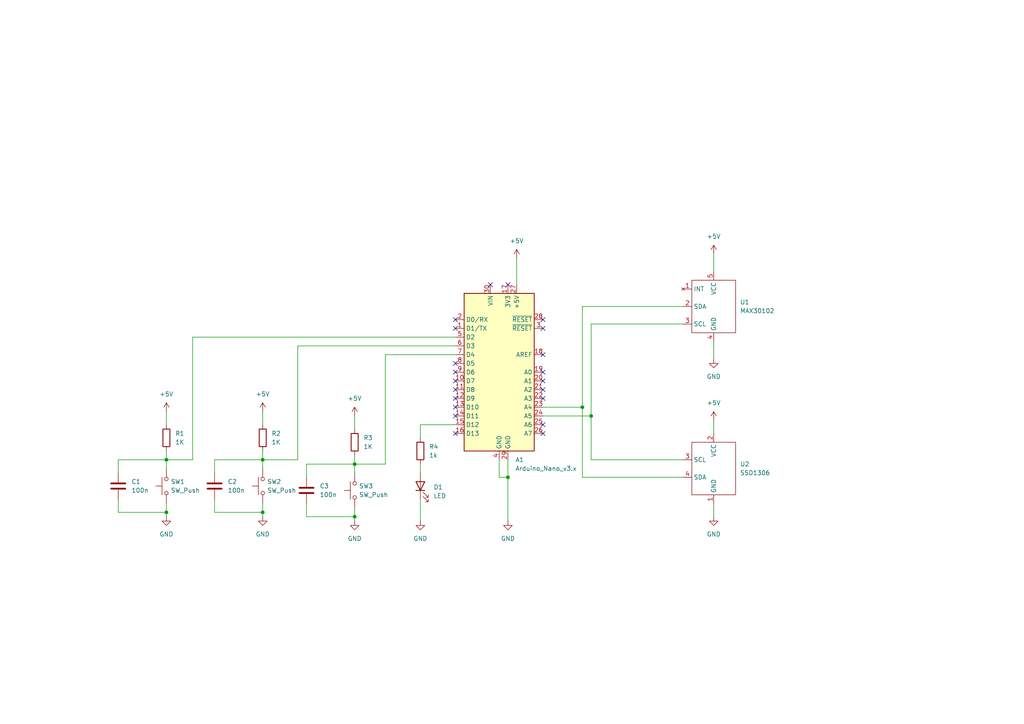
<source format=kicad_sch>
(kicad_sch
	(version 20250114)
	(generator "eeschema")
	(generator_version "9.0")
	(uuid "d4664bdb-e34c-4dd6-b55b-bf633dd344ce")
	(paper "A4")
	(lib_symbols
		(symbol "Device:C"
			(pin_numbers
				(hide yes)
			)
			(pin_names
				(offset 0.254)
			)
			(exclude_from_sim no)
			(in_bom yes)
			(on_board yes)
			(property "Reference" "C"
				(at 0.635 2.54 0)
				(effects
					(font
						(size 1.27 1.27)
					)
					(justify left)
				)
			)
			(property "Value" "C"
				(at 0.635 -2.54 0)
				(effects
					(font
						(size 1.27 1.27)
					)
					(justify left)
				)
			)
			(property "Footprint" ""
				(at 0.9652 -3.81 0)
				(effects
					(font
						(size 1.27 1.27)
					)
					(hide yes)
				)
			)
			(property "Datasheet" "~"
				(at 0 0 0)
				(effects
					(font
						(size 1.27 1.27)
					)
					(hide yes)
				)
			)
			(property "Description" "Unpolarized capacitor"
				(at 0 0 0)
				(effects
					(font
						(size 1.27 1.27)
					)
					(hide yes)
				)
			)
			(property "ki_keywords" "cap capacitor"
				(at 0 0 0)
				(effects
					(font
						(size 1.27 1.27)
					)
					(hide yes)
				)
			)
			(property "ki_fp_filters" "C_*"
				(at 0 0 0)
				(effects
					(font
						(size 1.27 1.27)
					)
					(hide yes)
				)
			)
			(symbol "C_0_1"
				(polyline
					(pts
						(xy -2.032 0.762) (xy 2.032 0.762)
					)
					(stroke
						(width 0.508)
						(type default)
					)
					(fill
						(type none)
					)
				)
				(polyline
					(pts
						(xy -2.032 -0.762) (xy 2.032 -0.762)
					)
					(stroke
						(width 0.508)
						(type default)
					)
					(fill
						(type none)
					)
				)
			)
			(symbol "C_1_1"
				(pin passive line
					(at 0 3.81 270)
					(length 2.794)
					(name "~"
						(effects
							(font
								(size 1.27 1.27)
							)
						)
					)
					(number "1"
						(effects
							(font
								(size 1.27 1.27)
							)
						)
					)
				)
				(pin passive line
					(at 0 -3.81 90)
					(length 2.794)
					(name "~"
						(effects
							(font
								(size 1.27 1.27)
							)
						)
					)
					(number "2"
						(effects
							(font
								(size 1.27 1.27)
							)
						)
					)
				)
			)
			(embedded_fonts no)
		)
		(symbol "Device:LED"
			(pin_numbers
				(hide yes)
			)
			(pin_names
				(offset 1.016)
				(hide yes)
			)
			(exclude_from_sim no)
			(in_bom yes)
			(on_board yes)
			(property "Reference" "D"
				(at 0 2.54 0)
				(effects
					(font
						(size 1.27 1.27)
					)
				)
			)
			(property "Value" "LED"
				(at 0 -2.54 0)
				(effects
					(font
						(size 1.27 1.27)
					)
				)
			)
			(property "Footprint" ""
				(at 0 0 0)
				(effects
					(font
						(size 1.27 1.27)
					)
					(hide yes)
				)
			)
			(property "Datasheet" "~"
				(at 0 0 0)
				(effects
					(font
						(size 1.27 1.27)
					)
					(hide yes)
				)
			)
			(property "Description" "Light emitting diode"
				(at 0 0 0)
				(effects
					(font
						(size 1.27 1.27)
					)
					(hide yes)
				)
			)
			(property "Sim.Pins" "1=K 2=A"
				(at 0 0 0)
				(effects
					(font
						(size 1.27 1.27)
					)
					(hide yes)
				)
			)
			(property "ki_keywords" "LED diode"
				(at 0 0 0)
				(effects
					(font
						(size 1.27 1.27)
					)
					(hide yes)
				)
			)
			(property "ki_fp_filters" "LED* LED_SMD:* LED_THT:*"
				(at 0 0 0)
				(effects
					(font
						(size 1.27 1.27)
					)
					(hide yes)
				)
			)
			(symbol "LED_0_1"
				(polyline
					(pts
						(xy -3.048 -0.762) (xy -4.572 -2.286) (xy -3.81 -2.286) (xy -4.572 -2.286) (xy -4.572 -1.524)
					)
					(stroke
						(width 0)
						(type default)
					)
					(fill
						(type none)
					)
				)
				(polyline
					(pts
						(xy -1.778 -0.762) (xy -3.302 -2.286) (xy -2.54 -2.286) (xy -3.302 -2.286) (xy -3.302 -1.524)
					)
					(stroke
						(width 0)
						(type default)
					)
					(fill
						(type none)
					)
				)
				(polyline
					(pts
						(xy -1.27 0) (xy 1.27 0)
					)
					(stroke
						(width 0)
						(type default)
					)
					(fill
						(type none)
					)
				)
				(polyline
					(pts
						(xy -1.27 -1.27) (xy -1.27 1.27)
					)
					(stroke
						(width 0.254)
						(type default)
					)
					(fill
						(type none)
					)
				)
				(polyline
					(pts
						(xy 1.27 -1.27) (xy 1.27 1.27) (xy -1.27 0) (xy 1.27 -1.27)
					)
					(stroke
						(width 0.254)
						(type default)
					)
					(fill
						(type none)
					)
				)
			)
			(symbol "LED_1_1"
				(pin passive line
					(at -3.81 0 0)
					(length 2.54)
					(name "K"
						(effects
							(font
								(size 1.27 1.27)
							)
						)
					)
					(number "1"
						(effects
							(font
								(size 1.27 1.27)
							)
						)
					)
				)
				(pin passive line
					(at 3.81 0 180)
					(length 2.54)
					(name "A"
						(effects
							(font
								(size 1.27 1.27)
							)
						)
					)
					(number "2"
						(effects
							(font
								(size 1.27 1.27)
							)
						)
					)
				)
			)
			(embedded_fonts no)
		)
		(symbol "Device:R"
			(pin_numbers
				(hide yes)
			)
			(pin_names
				(offset 0)
			)
			(exclude_from_sim no)
			(in_bom yes)
			(on_board yes)
			(property "Reference" "R"
				(at 2.032 0 90)
				(effects
					(font
						(size 1.27 1.27)
					)
				)
			)
			(property "Value" "R"
				(at 0 0 90)
				(effects
					(font
						(size 1.27 1.27)
					)
				)
			)
			(property "Footprint" ""
				(at -1.778 0 90)
				(effects
					(font
						(size 1.27 1.27)
					)
					(hide yes)
				)
			)
			(property "Datasheet" "~"
				(at 0 0 0)
				(effects
					(font
						(size 1.27 1.27)
					)
					(hide yes)
				)
			)
			(property "Description" "Resistor"
				(at 0 0 0)
				(effects
					(font
						(size 1.27 1.27)
					)
					(hide yes)
				)
			)
			(property "ki_keywords" "R res resistor"
				(at 0 0 0)
				(effects
					(font
						(size 1.27 1.27)
					)
					(hide yes)
				)
			)
			(property "ki_fp_filters" "R_*"
				(at 0 0 0)
				(effects
					(font
						(size 1.27 1.27)
					)
					(hide yes)
				)
			)
			(symbol "R_0_1"
				(rectangle
					(start -1.016 -2.54)
					(end 1.016 2.54)
					(stroke
						(width 0.254)
						(type default)
					)
					(fill
						(type none)
					)
				)
			)
			(symbol "R_1_1"
				(pin passive line
					(at 0 3.81 270)
					(length 1.27)
					(name "~"
						(effects
							(font
								(size 1.27 1.27)
							)
						)
					)
					(number "1"
						(effects
							(font
								(size 1.27 1.27)
							)
						)
					)
				)
				(pin passive line
					(at 0 -3.81 90)
					(length 1.27)
					(name "~"
						(effects
							(font
								(size 1.27 1.27)
							)
						)
					)
					(number "2"
						(effects
							(font
								(size 1.27 1.27)
							)
						)
					)
				)
			)
			(embedded_fonts no)
		)
		(symbol "MCU_Module:Arduino_Nano_v3.x"
			(exclude_from_sim no)
			(in_bom yes)
			(on_board yes)
			(property "Reference" "A"
				(at -10.16 23.495 0)
				(effects
					(font
						(size 1.27 1.27)
					)
					(justify left bottom)
				)
			)
			(property "Value" "Arduino_Nano_v3.x"
				(at 5.08 -24.13 0)
				(effects
					(font
						(size 1.27 1.27)
					)
					(justify left top)
				)
			)
			(property "Footprint" "Module:Arduino_Nano"
				(at 0 0 0)
				(effects
					(font
						(size 1.27 1.27)
						(italic yes)
					)
					(hide yes)
				)
			)
			(property "Datasheet" "http://www.mouser.com/pdfdocs/Gravitech_Arduino_Nano3_0.pdf"
				(at 0 0 0)
				(effects
					(font
						(size 1.27 1.27)
					)
					(hide yes)
				)
			)
			(property "Description" "Arduino Nano v3.x"
				(at 0 0 0)
				(effects
					(font
						(size 1.27 1.27)
					)
					(hide yes)
				)
			)
			(property "ki_keywords" "Arduino nano microcontroller module USB"
				(at 0 0 0)
				(effects
					(font
						(size 1.27 1.27)
					)
					(hide yes)
				)
			)
			(property "ki_fp_filters" "Arduino*Nano*"
				(at 0 0 0)
				(effects
					(font
						(size 1.27 1.27)
					)
					(hide yes)
				)
			)
			(symbol "Arduino_Nano_v3.x_0_1"
				(rectangle
					(start -10.16 22.86)
					(end 10.16 -22.86)
					(stroke
						(width 0.254)
						(type default)
					)
					(fill
						(type background)
					)
				)
			)
			(symbol "Arduino_Nano_v3.x_1_1"
				(pin bidirectional line
					(at -12.7 15.24 0)
					(length 2.54)
					(name "D0/RX"
						(effects
							(font
								(size 1.27 1.27)
							)
						)
					)
					(number "2"
						(effects
							(font
								(size 1.27 1.27)
							)
						)
					)
				)
				(pin bidirectional line
					(at -12.7 12.7 0)
					(length 2.54)
					(name "D1/TX"
						(effects
							(font
								(size 1.27 1.27)
							)
						)
					)
					(number "1"
						(effects
							(font
								(size 1.27 1.27)
							)
						)
					)
				)
				(pin bidirectional line
					(at -12.7 10.16 0)
					(length 2.54)
					(name "D2"
						(effects
							(font
								(size 1.27 1.27)
							)
						)
					)
					(number "5"
						(effects
							(font
								(size 1.27 1.27)
							)
						)
					)
				)
				(pin bidirectional line
					(at -12.7 7.62 0)
					(length 2.54)
					(name "D3"
						(effects
							(font
								(size 1.27 1.27)
							)
						)
					)
					(number "6"
						(effects
							(font
								(size 1.27 1.27)
							)
						)
					)
				)
				(pin bidirectional line
					(at -12.7 5.08 0)
					(length 2.54)
					(name "D4"
						(effects
							(font
								(size 1.27 1.27)
							)
						)
					)
					(number "7"
						(effects
							(font
								(size 1.27 1.27)
							)
						)
					)
				)
				(pin bidirectional line
					(at -12.7 2.54 0)
					(length 2.54)
					(name "D5"
						(effects
							(font
								(size 1.27 1.27)
							)
						)
					)
					(number "8"
						(effects
							(font
								(size 1.27 1.27)
							)
						)
					)
				)
				(pin bidirectional line
					(at -12.7 0 0)
					(length 2.54)
					(name "D6"
						(effects
							(font
								(size 1.27 1.27)
							)
						)
					)
					(number "9"
						(effects
							(font
								(size 1.27 1.27)
							)
						)
					)
				)
				(pin bidirectional line
					(at -12.7 -2.54 0)
					(length 2.54)
					(name "D7"
						(effects
							(font
								(size 1.27 1.27)
							)
						)
					)
					(number "10"
						(effects
							(font
								(size 1.27 1.27)
							)
						)
					)
				)
				(pin bidirectional line
					(at -12.7 -5.08 0)
					(length 2.54)
					(name "D8"
						(effects
							(font
								(size 1.27 1.27)
							)
						)
					)
					(number "11"
						(effects
							(font
								(size 1.27 1.27)
							)
						)
					)
				)
				(pin bidirectional line
					(at -12.7 -7.62 0)
					(length 2.54)
					(name "D9"
						(effects
							(font
								(size 1.27 1.27)
							)
						)
					)
					(number "12"
						(effects
							(font
								(size 1.27 1.27)
							)
						)
					)
				)
				(pin bidirectional line
					(at -12.7 -10.16 0)
					(length 2.54)
					(name "D10"
						(effects
							(font
								(size 1.27 1.27)
							)
						)
					)
					(number "13"
						(effects
							(font
								(size 1.27 1.27)
							)
						)
					)
				)
				(pin bidirectional line
					(at -12.7 -12.7 0)
					(length 2.54)
					(name "D11"
						(effects
							(font
								(size 1.27 1.27)
							)
						)
					)
					(number "14"
						(effects
							(font
								(size 1.27 1.27)
							)
						)
					)
				)
				(pin bidirectional line
					(at -12.7 -15.24 0)
					(length 2.54)
					(name "D12"
						(effects
							(font
								(size 1.27 1.27)
							)
						)
					)
					(number "15"
						(effects
							(font
								(size 1.27 1.27)
							)
						)
					)
				)
				(pin bidirectional line
					(at -12.7 -17.78 0)
					(length 2.54)
					(name "D13"
						(effects
							(font
								(size 1.27 1.27)
							)
						)
					)
					(number "16"
						(effects
							(font
								(size 1.27 1.27)
							)
						)
					)
				)
				(pin power_in line
					(at -2.54 25.4 270)
					(length 2.54)
					(name "VIN"
						(effects
							(font
								(size 1.27 1.27)
							)
						)
					)
					(number "30"
						(effects
							(font
								(size 1.27 1.27)
							)
						)
					)
				)
				(pin power_in line
					(at 0 -25.4 90)
					(length 2.54)
					(name "GND"
						(effects
							(font
								(size 1.27 1.27)
							)
						)
					)
					(number "4"
						(effects
							(font
								(size 1.27 1.27)
							)
						)
					)
				)
				(pin power_out line
					(at 2.54 25.4 270)
					(length 2.54)
					(name "3V3"
						(effects
							(font
								(size 1.27 1.27)
							)
						)
					)
					(number "17"
						(effects
							(font
								(size 1.27 1.27)
							)
						)
					)
				)
				(pin power_in line
					(at 2.54 -25.4 90)
					(length 2.54)
					(name "GND"
						(effects
							(font
								(size 1.27 1.27)
							)
						)
					)
					(number "29"
						(effects
							(font
								(size 1.27 1.27)
							)
						)
					)
				)
				(pin power_out line
					(at 5.08 25.4 270)
					(length 2.54)
					(name "+5V"
						(effects
							(font
								(size 1.27 1.27)
							)
						)
					)
					(number "27"
						(effects
							(font
								(size 1.27 1.27)
							)
						)
					)
				)
				(pin input line
					(at 12.7 15.24 180)
					(length 2.54)
					(name "~{RESET}"
						(effects
							(font
								(size 1.27 1.27)
							)
						)
					)
					(number "28"
						(effects
							(font
								(size 1.27 1.27)
							)
						)
					)
				)
				(pin input line
					(at 12.7 12.7 180)
					(length 2.54)
					(name "~{RESET}"
						(effects
							(font
								(size 1.27 1.27)
							)
						)
					)
					(number "3"
						(effects
							(font
								(size 1.27 1.27)
							)
						)
					)
				)
				(pin input line
					(at 12.7 5.08 180)
					(length 2.54)
					(name "AREF"
						(effects
							(font
								(size 1.27 1.27)
							)
						)
					)
					(number "18"
						(effects
							(font
								(size 1.27 1.27)
							)
						)
					)
				)
				(pin bidirectional line
					(at 12.7 0 180)
					(length 2.54)
					(name "A0"
						(effects
							(font
								(size 1.27 1.27)
							)
						)
					)
					(number "19"
						(effects
							(font
								(size 1.27 1.27)
							)
						)
					)
				)
				(pin bidirectional line
					(at 12.7 -2.54 180)
					(length 2.54)
					(name "A1"
						(effects
							(font
								(size 1.27 1.27)
							)
						)
					)
					(number "20"
						(effects
							(font
								(size 1.27 1.27)
							)
						)
					)
				)
				(pin bidirectional line
					(at 12.7 -5.08 180)
					(length 2.54)
					(name "A2"
						(effects
							(font
								(size 1.27 1.27)
							)
						)
					)
					(number "21"
						(effects
							(font
								(size 1.27 1.27)
							)
						)
					)
				)
				(pin bidirectional line
					(at 12.7 -7.62 180)
					(length 2.54)
					(name "A3"
						(effects
							(font
								(size 1.27 1.27)
							)
						)
					)
					(number "22"
						(effects
							(font
								(size 1.27 1.27)
							)
						)
					)
				)
				(pin bidirectional line
					(at 12.7 -10.16 180)
					(length 2.54)
					(name "A4"
						(effects
							(font
								(size 1.27 1.27)
							)
						)
					)
					(number "23"
						(effects
							(font
								(size 1.27 1.27)
							)
						)
					)
				)
				(pin bidirectional line
					(at 12.7 -12.7 180)
					(length 2.54)
					(name "A5"
						(effects
							(font
								(size 1.27 1.27)
							)
						)
					)
					(number "24"
						(effects
							(font
								(size 1.27 1.27)
							)
						)
					)
				)
				(pin bidirectional line
					(at 12.7 -15.24 180)
					(length 2.54)
					(name "A6"
						(effects
							(font
								(size 1.27 1.27)
							)
						)
					)
					(number "25"
						(effects
							(font
								(size 1.27 1.27)
							)
						)
					)
				)
				(pin bidirectional line
					(at 12.7 -17.78 180)
					(length 2.54)
					(name "A7"
						(effects
							(font
								(size 1.27 1.27)
							)
						)
					)
					(number "26"
						(effects
							(font
								(size 1.27 1.27)
							)
						)
					)
				)
			)
			(embedded_fonts no)
		)
		(symbol "Switch:SW_Push"
			(pin_numbers
				(hide yes)
			)
			(pin_names
				(offset 1.016)
				(hide yes)
			)
			(exclude_from_sim no)
			(in_bom yes)
			(on_board yes)
			(property "Reference" "SW"
				(at 1.27 2.54 0)
				(effects
					(font
						(size 1.27 1.27)
					)
					(justify left)
				)
			)
			(property "Value" "SW_Push"
				(at 0 -1.524 0)
				(effects
					(font
						(size 1.27 1.27)
					)
				)
			)
			(property "Footprint" ""
				(at 0 5.08 0)
				(effects
					(font
						(size 1.27 1.27)
					)
					(hide yes)
				)
			)
			(property "Datasheet" "~"
				(at 0 5.08 0)
				(effects
					(font
						(size 1.27 1.27)
					)
					(hide yes)
				)
			)
			(property "Description" "Push button switch, generic, two pins"
				(at 0 0 0)
				(effects
					(font
						(size 1.27 1.27)
					)
					(hide yes)
				)
			)
			(property "ki_keywords" "switch normally-open pushbutton push-button"
				(at 0 0 0)
				(effects
					(font
						(size 1.27 1.27)
					)
					(hide yes)
				)
			)
			(symbol "SW_Push_0_1"
				(circle
					(center -2.032 0)
					(radius 0.508)
					(stroke
						(width 0)
						(type default)
					)
					(fill
						(type none)
					)
				)
				(polyline
					(pts
						(xy 0 1.27) (xy 0 3.048)
					)
					(stroke
						(width 0)
						(type default)
					)
					(fill
						(type none)
					)
				)
				(circle
					(center 2.032 0)
					(radius 0.508)
					(stroke
						(width 0)
						(type default)
					)
					(fill
						(type none)
					)
				)
				(polyline
					(pts
						(xy 2.54 1.27) (xy -2.54 1.27)
					)
					(stroke
						(width 0)
						(type default)
					)
					(fill
						(type none)
					)
				)
				(pin passive line
					(at -5.08 0 0)
					(length 2.54)
					(name "1"
						(effects
							(font
								(size 1.27 1.27)
							)
						)
					)
					(number "1"
						(effects
							(font
								(size 1.27 1.27)
							)
						)
					)
				)
				(pin passive line
					(at 5.08 0 180)
					(length 2.54)
					(name "2"
						(effects
							(font
								(size 1.27 1.27)
							)
						)
					)
					(number "2"
						(effects
							(font
								(size 1.27 1.27)
							)
						)
					)
				)
			)
			(embedded_fonts no)
		)
		(symbol "power:+5V"
			(power)
			(pin_numbers
				(hide yes)
			)
			(pin_names
				(offset 0)
				(hide yes)
			)
			(exclude_from_sim no)
			(in_bom yes)
			(on_board yes)
			(property "Reference" "#PWR"
				(at 0 -3.81 0)
				(effects
					(font
						(size 1.27 1.27)
					)
					(hide yes)
				)
			)
			(property "Value" "+5V"
				(at 0 3.556 0)
				(effects
					(font
						(size 1.27 1.27)
					)
				)
			)
			(property "Footprint" ""
				(at 0 0 0)
				(effects
					(font
						(size 1.27 1.27)
					)
					(hide yes)
				)
			)
			(property "Datasheet" ""
				(at 0 0 0)
				(effects
					(font
						(size 1.27 1.27)
					)
					(hide yes)
				)
			)
			(property "Description" "Power symbol creates a global label with name \"+5V\""
				(at 0 0 0)
				(effects
					(font
						(size 1.27 1.27)
					)
					(hide yes)
				)
			)
			(property "ki_keywords" "global power"
				(at 0 0 0)
				(effects
					(font
						(size 1.27 1.27)
					)
					(hide yes)
				)
			)
			(symbol "+5V_0_1"
				(polyline
					(pts
						(xy -0.762 1.27) (xy 0 2.54)
					)
					(stroke
						(width 0)
						(type default)
					)
					(fill
						(type none)
					)
				)
				(polyline
					(pts
						(xy 0 2.54) (xy 0.762 1.27)
					)
					(stroke
						(width 0)
						(type default)
					)
					(fill
						(type none)
					)
				)
				(polyline
					(pts
						(xy 0 0) (xy 0 2.54)
					)
					(stroke
						(width 0)
						(type default)
					)
					(fill
						(type none)
					)
				)
			)
			(symbol "+5V_1_1"
				(pin power_in line
					(at 0 0 90)
					(length 0)
					(name "~"
						(effects
							(font
								(size 1.27 1.27)
							)
						)
					)
					(number "1"
						(effects
							(font
								(size 1.27 1.27)
							)
						)
					)
				)
			)
			(embedded_fonts no)
		)
		(symbol "power:GND"
			(power)
			(pin_numbers
				(hide yes)
			)
			(pin_names
				(offset 0)
				(hide yes)
			)
			(exclude_from_sim no)
			(in_bom yes)
			(on_board yes)
			(property "Reference" "#PWR"
				(at 0 -6.35 0)
				(effects
					(font
						(size 1.27 1.27)
					)
					(hide yes)
				)
			)
			(property "Value" "GND"
				(at 0 -3.81 0)
				(effects
					(font
						(size 1.27 1.27)
					)
				)
			)
			(property "Footprint" ""
				(at 0 0 0)
				(effects
					(font
						(size 1.27 1.27)
					)
					(hide yes)
				)
			)
			(property "Datasheet" ""
				(at 0 0 0)
				(effects
					(font
						(size 1.27 1.27)
					)
					(hide yes)
				)
			)
			(property "Description" "Power symbol creates a global label with name \"GND\" , ground"
				(at 0 0 0)
				(effects
					(font
						(size 1.27 1.27)
					)
					(hide yes)
				)
			)
			(property "ki_keywords" "global power"
				(at 0 0 0)
				(effects
					(font
						(size 1.27 1.27)
					)
					(hide yes)
				)
			)
			(symbol "GND_0_1"
				(polyline
					(pts
						(xy 0 0) (xy 0 -1.27) (xy 1.27 -1.27) (xy 0 -2.54) (xy -1.27 -1.27) (xy 0 -1.27)
					)
					(stroke
						(width 0)
						(type default)
					)
					(fill
						(type none)
					)
				)
			)
			(symbol "GND_1_1"
				(pin power_in line
					(at 0 0 270)
					(length 0)
					(name "~"
						(effects
							(font
								(size 1.27 1.27)
							)
						)
					)
					(number "1"
						(effects
							(font
								(size 1.27 1.27)
							)
						)
					)
				)
			)
			(embedded_fonts no)
		)
		(symbol "spo2:SSD1306"
			(exclude_from_sim no)
			(in_bom yes)
			(on_board yes)
			(property "Reference" "U"
				(at 0 0 0)
				(effects
					(font
						(size 1.27 1.27)
					)
				)
			)
			(property "Value" "SSD1306"
				(at 10.414 -8.636 0)
				(effects
					(font
						(size 1.27 1.27)
					)
				)
			)
			(property "Footprint" ""
				(at 0 0 0)
				(effects
					(font
						(size 1.27 1.27)
					)
					(hide yes)
				)
			)
			(property "Datasheet" ""
				(at 0 0 0)
				(effects
					(font
						(size 1.27 1.27)
					)
					(hide yes)
				)
			)
			(property "Description" ""
				(at 0 0 0)
				(effects
					(font
						(size 1.27 1.27)
					)
					(hide yes)
				)
			)
			(symbol "SSD1306_0_1"
				(rectangle
					(start -6.35 7.62)
					(end 6.35 -7.62)
					(stroke
						(width 0)
						(type default)
					)
					(fill
						(type none)
					)
				)
				(rectangle
					(start 0 -6.35)
					(end 0 -6.35)
					(stroke
						(width 0)
						(type default)
					)
					(fill
						(type none)
					)
				)
			)
			(symbol "SSD1306_1_1"
				(pin input line
					(at -8.89 2.54 0)
					(length 2.54)
					(name "SCL"
						(effects
							(font
								(size 1.27 1.27)
							)
						)
					)
					(number "3"
						(effects
							(font
								(size 1.27 1.27)
							)
						)
					)
				)
				(pin bidirectional line
					(at -8.89 -2.54 0)
					(length 2.54)
					(name "SDA"
						(effects
							(font
								(size 1.27 1.27)
							)
						)
					)
					(number "4"
						(effects
							(font
								(size 1.27 1.27)
							)
						)
					)
				)
				(pin power_in line
					(at 0 10.16 270)
					(length 2.54)
					(name "VCC"
						(effects
							(font
								(size 1.27 1.27)
							)
						)
					)
					(number "2"
						(effects
							(font
								(size 1.27 1.27)
							)
						)
					)
				)
				(pin power_in line
					(at 0 -10.16 90)
					(length 2.54)
					(name "GND"
						(effects
							(font
								(size 1.27 1.27)
							)
						)
					)
					(number "1"
						(effects
							(font
								(size 1.27 1.27)
							)
						)
					)
				)
			)
			(embedded_fonts no)
		)
		(symbol "spo2:max30102_module"
			(exclude_from_sim no)
			(in_bom yes)
			(on_board yes)
			(property "Reference" "U"
				(at 0 0 0)
				(effects
					(font
						(size 1.27 1.27)
					)
				)
			)
			(property "Value" "MAX30102"
				(at 11.43 -8.89 0)
				(effects
					(font
						(size 1.27 1.27)
					)
				)
			)
			(property "Footprint" ""
				(at 0 0 0)
				(effects
					(font
						(size 1.27 1.27)
					)
					(hide yes)
				)
			)
			(property "Datasheet" ""
				(at 0 0 0)
				(effects
					(font
						(size 1.27 1.27)
					)
					(hide yes)
				)
			)
			(property "Description" ""
				(at 0 0 0)
				(effects
					(font
						(size 1.27 1.27)
					)
					(hide yes)
				)
			)
			(symbol "max30102_module_0_1"
				(rectangle
					(start -6.35 7.62)
					(end 6.35 -7.62)
					(stroke
						(width 0)
						(type default)
					)
					(fill
						(type none)
					)
				)
			)
			(symbol "max30102_module_1_1"
				(pin no_connect line
					(at -8.89 5.08 0)
					(length 2.54)
					(name "INT"
						(effects
							(font
								(size 1.27 1.27)
							)
						)
					)
					(number "1"
						(effects
							(font
								(size 1.27 1.27)
							)
						)
					)
				)
				(pin bidirectional line
					(at -8.89 0 0)
					(length 2.54)
					(name "SDA"
						(effects
							(font
								(size 1.27 1.27)
							)
						)
					)
					(number "2"
						(effects
							(font
								(size 1.27 1.27)
							)
						)
					)
				)
				(pin input line
					(at -8.89 -5.08 0)
					(length 2.54)
					(name "SCL"
						(effects
							(font
								(size 1.27 1.27)
							)
						)
					)
					(number "3"
						(effects
							(font
								(size 1.27 1.27)
							)
						)
					)
				)
				(pin power_in line
					(at 0 10.16 270)
					(length 2.54)
					(name "VCC"
						(effects
							(font
								(size 1.27 1.27)
							)
						)
					)
					(number "5"
						(effects
							(font
								(size 1.27 1.27)
							)
						)
					)
				)
				(pin power_in line
					(at 0 -10.16 90)
					(length 2.54)
					(name "GND"
						(effects
							(font
								(size 1.27 1.27)
							)
						)
					)
					(number "4"
						(effects
							(font
								(size 1.27 1.27)
							)
						)
					)
				)
			)
			(embedded_fonts no)
		)
	)
	(junction
		(at 76.2 133.35)
		(diameter 0)
		(color 0 0 0 0)
		(uuid "03aef0ad-ed90-4f1e-b56f-248dbc1e6acd")
	)
	(junction
		(at 102.87 149.86)
		(diameter 0)
		(color 0 0 0 0)
		(uuid "0da0a24c-28aa-4993-ad90-744e7141ba61")
	)
	(junction
		(at 168.91 118.11)
		(diameter 0)
		(color 0 0 0 0)
		(uuid "61f0f9c7-27de-41f5-937c-c6e1b31e1fe0")
	)
	(junction
		(at 102.87 134.62)
		(diameter 0)
		(color 0 0 0 0)
		(uuid "81fd6249-7b22-44cb-97d2-f787db81d737")
	)
	(junction
		(at 48.26 148.59)
		(diameter 0)
		(color 0 0 0 0)
		(uuid "8808625e-e153-4fb7-a0cf-20c44409f80b")
	)
	(junction
		(at 76.2 148.59)
		(diameter 0)
		(color 0 0 0 0)
		(uuid "8d42588d-c325-4ffa-9e4b-c69f69851958")
	)
	(junction
		(at 171.45 120.65)
		(diameter 0)
		(color 0 0 0 0)
		(uuid "9dcdd7fd-631f-49c9-9adc-0676b7b85eab")
	)
	(junction
		(at 147.32 138.43)
		(diameter 0)
		(color 0 0 0 0)
		(uuid "c3999a32-3fd7-4681-b14a-ac9c8c97bfac")
	)
	(junction
		(at 48.26 133.35)
		(diameter 0)
		(color 0 0 0 0)
		(uuid "f728461f-992b-4f98-9cd5-cb25413f2928")
	)
	(no_connect
		(at 132.08 113.03)
		(uuid "0a080af0-5a25-4023-9457-bab6fdbfde19")
	)
	(no_connect
		(at 147.32 82.55)
		(uuid "12ab4e60-817b-46e5-a843-6468d4137767")
	)
	(no_connect
		(at 142.24 82.55)
		(uuid "24a23ce1-3d3d-4696-96c1-83d42a26bb86")
	)
	(no_connect
		(at 157.48 115.57)
		(uuid "3bb162ca-1f01-438e-a08b-fae524abca7b")
	)
	(no_connect
		(at 157.48 107.95)
		(uuid "62d57d35-488b-4faf-a3b9-a4c6b2d2f7ff")
	)
	(no_connect
		(at 157.48 95.25)
		(uuid "65e7e713-5576-4ff6-b1d4-0705903ce733")
	)
	(no_connect
		(at 132.08 125.73)
		(uuid "6b2c4722-c7dc-4b18-bee7-a6971ba75910")
	)
	(no_connect
		(at 157.48 125.73)
		(uuid "6ddc2c9f-3b35-4cd8-8754-eae196eee7f2")
	)
	(no_connect
		(at 132.08 105.41)
		(uuid "7a65d490-2062-4abb-a164-4d3a04aba0bd")
	)
	(no_connect
		(at 157.48 92.71)
		(uuid "7f12a1db-7bda-41e4-805b-243127dfdcc5")
	)
	(no_connect
		(at 157.48 113.03)
		(uuid "8625da1b-e48e-4cc2-a78d-be54c2ec9fb4")
	)
	(no_connect
		(at 132.08 115.57)
		(uuid "937970e4-b621-47ff-aa36-fa5edae1b523")
	)
	(no_connect
		(at 132.08 120.65)
		(uuid "966b841b-7f25-42f9-9820-db065531fed5")
	)
	(no_connect
		(at 132.08 110.49)
		(uuid "9f39c31c-cad4-4724-8c90-528101c9a70f")
	)
	(no_connect
		(at 132.08 118.11)
		(uuid "a956474c-e0ef-491f-8591-0c39ffaa8fee")
	)
	(no_connect
		(at 132.08 95.25)
		(uuid "bbe542a8-8488-48c3-ae05-811859b62ae5")
	)
	(no_connect
		(at 132.08 107.95)
		(uuid "c0e80966-c99d-42aa-9c0a-7b27c83698bf")
	)
	(no_connect
		(at 132.08 92.71)
		(uuid "cbd96771-e51b-4204-af77-05a28c90bb21")
	)
	(no_connect
		(at 157.48 123.19)
		(uuid "e7b090c2-5708-453e-a533-fdf98edd3376")
	)
	(no_connect
		(at 157.48 102.87)
		(uuid "ec37d23c-fb29-4a9d-9332-e4d70399c5c7")
	)
	(no_connect
		(at 157.48 110.49)
		(uuid "fe7bed85-ccef-4cf0-ae9c-7574fc15f37e")
	)
	(wire
		(pts
			(xy 76.2 146.05) (xy 76.2 148.59)
		)
		(stroke
			(width 0)
			(type default)
		)
		(uuid "0435a2d0-9457-4758-b630-8d423fabbab5")
	)
	(wire
		(pts
			(xy 207.01 99.06) (xy 207.01 104.14)
		)
		(stroke
			(width 0)
			(type default)
		)
		(uuid "0851b943-4649-4fc3-b5c3-80ad89c9b0c3")
	)
	(wire
		(pts
			(xy 149.86 74.93) (xy 149.86 82.55)
		)
		(stroke
			(width 0)
			(type default)
		)
		(uuid "09a8b547-4d08-42d0-b582-018fbbeee357")
	)
	(wire
		(pts
			(xy 76.2 119.38) (xy 76.2 123.19)
		)
		(stroke
			(width 0)
			(type default)
		)
		(uuid "0fd550e2-9b3b-47af-9ac9-15af612599f9")
	)
	(wire
		(pts
			(xy 157.48 118.11) (xy 168.91 118.11)
		)
		(stroke
			(width 0)
			(type default)
		)
		(uuid "10b521ca-20f0-404b-9a3c-dae535d04103")
	)
	(wire
		(pts
			(xy 168.91 118.11) (xy 168.91 138.43)
		)
		(stroke
			(width 0)
			(type default)
		)
		(uuid "1769cb87-9657-4861-b5fa-1b7863910cc9")
	)
	(wire
		(pts
			(xy 121.92 123.19) (xy 121.92 127)
		)
		(stroke
			(width 0)
			(type default)
		)
		(uuid "1c4eecb6-1065-4313-ad3c-d30caa172a48")
	)
	(wire
		(pts
			(xy 207.01 73.66) (xy 207.01 78.74)
		)
		(stroke
			(width 0)
			(type default)
		)
		(uuid "1d068bb2-330e-48bb-8f39-abd5eccff647")
	)
	(wire
		(pts
			(xy 34.29 148.59) (xy 48.26 148.59)
		)
		(stroke
			(width 0)
			(type default)
		)
		(uuid "1f3f84b1-67d6-447c-8d49-ae2a6df0c0bb")
	)
	(wire
		(pts
			(xy 171.45 93.98) (xy 171.45 120.65)
		)
		(stroke
			(width 0)
			(type default)
		)
		(uuid "27957b5f-6337-4685-be11-1ca43b165596")
	)
	(wire
		(pts
			(xy 34.29 137.16) (xy 34.29 133.35)
		)
		(stroke
			(width 0)
			(type default)
		)
		(uuid "279d9455-517c-424b-8c6f-aa12fc2fb2dc")
	)
	(wire
		(pts
			(xy 48.26 133.35) (xy 48.26 135.89)
		)
		(stroke
			(width 0)
			(type default)
		)
		(uuid "27c14238-aba1-4dc2-8f09-c14e084eeacd")
	)
	(wire
		(pts
			(xy 121.92 144.78) (xy 121.92 151.13)
		)
		(stroke
			(width 0)
			(type default)
		)
		(uuid "28fdc82d-e2dc-4f4f-ae70-503e0a538e5d")
	)
	(wire
		(pts
			(xy 88.9 134.62) (xy 102.87 134.62)
		)
		(stroke
			(width 0)
			(type default)
		)
		(uuid "2a9ae6d2-d1bd-444d-9946-41066c03a491")
	)
	(wire
		(pts
			(xy 168.91 88.9) (xy 168.91 118.11)
		)
		(stroke
			(width 0)
			(type default)
		)
		(uuid "32e3b975-e964-4e83-abfd-6cde8abffc23")
	)
	(wire
		(pts
			(xy 147.32 138.43) (xy 147.32 151.13)
		)
		(stroke
			(width 0)
			(type default)
		)
		(uuid "3596bd9c-55a9-4379-b5eb-d5b51e2f2b3c")
	)
	(wire
		(pts
			(xy 157.48 120.65) (xy 171.45 120.65)
		)
		(stroke
			(width 0)
			(type default)
		)
		(uuid "3714a178-f3e8-44d4-b8c1-a6c4f2a7d4e1")
	)
	(wire
		(pts
			(xy 34.29 133.35) (xy 48.26 133.35)
		)
		(stroke
			(width 0)
			(type default)
		)
		(uuid "3884c0fe-4d49-45b4-80e4-f2d247614a95")
	)
	(wire
		(pts
			(xy 198.12 93.98) (xy 171.45 93.98)
		)
		(stroke
			(width 0)
			(type default)
		)
		(uuid "3be807a3-ea1f-4ad3-8b04-f66e86338f05")
	)
	(wire
		(pts
			(xy 86.36 100.33) (xy 86.36 133.35)
		)
		(stroke
			(width 0)
			(type default)
		)
		(uuid "4c00a5e3-d41a-4d05-8bfa-bb47bc83ad85")
	)
	(wire
		(pts
			(xy 144.78 133.35) (xy 144.78 138.43)
		)
		(stroke
			(width 0)
			(type default)
		)
		(uuid "4e3a4dbe-c71c-4780-a927-213d32fce02d")
	)
	(wire
		(pts
			(xy 62.23 137.16) (xy 62.23 133.35)
		)
		(stroke
			(width 0)
			(type default)
		)
		(uuid "50924f9a-f908-41c8-8229-b15a38245e71")
	)
	(wire
		(pts
			(xy 102.87 134.62) (xy 102.87 137.16)
		)
		(stroke
			(width 0)
			(type default)
		)
		(uuid "53796d0c-9c39-4ce5-b314-e7053552c5af")
	)
	(wire
		(pts
			(xy 62.23 133.35) (xy 76.2 133.35)
		)
		(stroke
			(width 0)
			(type default)
		)
		(uuid "53900fa0-acb6-40f2-b364-5a1bcfa23d4f")
	)
	(wire
		(pts
			(xy 88.9 146.05) (xy 88.9 149.86)
		)
		(stroke
			(width 0)
			(type default)
		)
		(uuid "55f97c82-a39d-4db6-9c97-0e9ec908cd1b")
	)
	(wire
		(pts
			(xy 111.76 102.87) (xy 132.08 102.87)
		)
		(stroke
			(width 0)
			(type default)
		)
		(uuid "5bafd256-609c-4ed4-b387-6e458cad5120")
	)
	(wire
		(pts
			(xy 147.32 133.35) (xy 147.32 138.43)
		)
		(stroke
			(width 0)
			(type default)
		)
		(uuid "6206bbbb-76ee-474d-a4cc-8f7372540598")
	)
	(wire
		(pts
			(xy 76.2 148.59) (xy 76.2 149.86)
		)
		(stroke
			(width 0)
			(type default)
		)
		(uuid "68734cdc-1dc0-4f3b-8098-37e478b59983")
	)
	(wire
		(pts
			(xy 88.9 149.86) (xy 102.87 149.86)
		)
		(stroke
			(width 0)
			(type default)
		)
		(uuid "71aa41e7-df77-42d8-9892-6109a454da70")
	)
	(wire
		(pts
			(xy 102.87 120.65) (xy 102.87 124.46)
		)
		(stroke
			(width 0)
			(type default)
		)
		(uuid "729082aa-f277-4081-8e8c-236d1d4542e3")
	)
	(wire
		(pts
			(xy 62.23 148.59) (xy 76.2 148.59)
		)
		(stroke
			(width 0)
			(type default)
		)
		(uuid "76f99026-6b40-428e-87d1-8396d4954ad4")
	)
	(wire
		(pts
			(xy 168.91 138.43) (xy 198.12 138.43)
		)
		(stroke
			(width 0)
			(type default)
		)
		(uuid "7a54c255-bcd2-4ef8-a844-269ea5679501")
	)
	(wire
		(pts
			(xy 55.88 97.79) (xy 55.88 133.35)
		)
		(stroke
			(width 0)
			(type default)
		)
		(uuid "7b627f48-fabd-45d9-9fa6-b1e140daf05e")
	)
	(wire
		(pts
			(xy 48.26 146.05) (xy 48.26 148.59)
		)
		(stroke
			(width 0)
			(type default)
		)
		(uuid "7ee34735-34b5-4110-a91c-de56f7c30059")
	)
	(wire
		(pts
			(xy 144.78 138.43) (xy 147.32 138.43)
		)
		(stroke
			(width 0)
			(type default)
		)
		(uuid "82ab370c-5b09-4f6e-8e29-632d1fe65725")
	)
	(wire
		(pts
			(xy 171.45 120.65) (xy 171.45 133.35)
		)
		(stroke
			(width 0)
			(type default)
		)
		(uuid "8613cb7a-cdb0-4cac-a33c-56eea67fe578")
	)
	(wire
		(pts
			(xy 102.87 132.08) (xy 102.87 134.62)
		)
		(stroke
			(width 0)
			(type default)
		)
		(uuid "8690f9f3-c42c-49a9-96e6-86031ddff20a")
	)
	(wire
		(pts
			(xy 48.26 130.81) (xy 48.26 133.35)
		)
		(stroke
			(width 0)
			(type default)
		)
		(uuid "87b412b0-c474-4416-9d67-2cd6692111a0")
	)
	(wire
		(pts
			(xy 86.36 100.33) (xy 132.08 100.33)
		)
		(stroke
			(width 0)
			(type default)
		)
		(uuid "8f3af451-5b48-4ff0-b427-bbbad6f3077e")
	)
	(wire
		(pts
			(xy 198.12 88.9) (xy 168.91 88.9)
		)
		(stroke
			(width 0)
			(type default)
		)
		(uuid "920556a7-382a-481c-b6af-1028ab61b932")
	)
	(wire
		(pts
			(xy 48.26 148.59) (xy 48.26 149.86)
		)
		(stroke
			(width 0)
			(type default)
		)
		(uuid "a3eadc61-074d-404b-8649-f307c42d2e4b")
	)
	(wire
		(pts
			(xy 76.2 133.35) (xy 76.2 135.89)
		)
		(stroke
			(width 0)
			(type default)
		)
		(uuid "adf7a3a9-aa3a-4776-a03e-1c2cf67256b5")
	)
	(wire
		(pts
			(xy 102.87 149.86) (xy 102.87 151.13)
		)
		(stroke
			(width 0)
			(type default)
		)
		(uuid "b0a23737-8c2c-48c2-a97e-6fde428e073f")
	)
	(wire
		(pts
			(xy 76.2 133.35) (xy 86.36 133.35)
		)
		(stroke
			(width 0)
			(type default)
		)
		(uuid "b0e7e7d2-cc17-489c-a9ed-f1b98cde8963")
	)
	(wire
		(pts
			(xy 55.88 97.79) (xy 132.08 97.79)
		)
		(stroke
			(width 0)
			(type default)
		)
		(uuid "bff61563-9397-4096-8bc9-e95dda0fb4e4")
	)
	(wire
		(pts
			(xy 48.26 133.35) (xy 55.88 133.35)
		)
		(stroke
			(width 0)
			(type default)
		)
		(uuid "c6d23c73-b14f-4924-8642-8aa211d4b19b")
	)
	(wire
		(pts
			(xy 48.26 119.38) (xy 48.26 123.19)
		)
		(stroke
			(width 0)
			(type default)
		)
		(uuid "c6d7406c-2496-4a67-af42-7739a187f29e")
	)
	(wire
		(pts
			(xy 121.92 134.62) (xy 121.92 137.16)
		)
		(stroke
			(width 0)
			(type default)
		)
		(uuid "ceb14bb2-93c7-41c5-b214-bf7360859cbb")
	)
	(wire
		(pts
			(xy 171.45 133.35) (xy 198.12 133.35)
		)
		(stroke
			(width 0)
			(type default)
		)
		(uuid "d3417e9d-4382-47f0-8b53-cbe8d0bde920")
	)
	(wire
		(pts
			(xy 132.08 123.19) (xy 121.92 123.19)
		)
		(stroke
			(width 0)
			(type default)
		)
		(uuid "d5b6a177-13f7-4707-bb54-993a3e8def95")
	)
	(wire
		(pts
			(xy 207.01 121.92) (xy 207.01 125.73)
		)
		(stroke
			(width 0)
			(type default)
		)
		(uuid "d5f0ba5b-ea94-4962-a4b2-483a1881216b")
	)
	(wire
		(pts
			(xy 102.87 134.62) (xy 111.76 134.62)
		)
		(stroke
			(width 0)
			(type default)
		)
		(uuid "e1f5d8a3-b024-4023-b3af-7304a255a9f5")
	)
	(wire
		(pts
			(xy 34.29 144.78) (xy 34.29 148.59)
		)
		(stroke
			(width 0)
			(type default)
		)
		(uuid "eae52d12-25bd-4f21-aeac-0401847e91ce")
	)
	(wire
		(pts
			(xy 76.2 130.81) (xy 76.2 133.35)
		)
		(stroke
			(width 0)
			(type default)
		)
		(uuid "ef95253a-4cc9-439c-9223-a8e20d64bd22")
	)
	(wire
		(pts
			(xy 207.01 146.05) (xy 207.01 149.86)
		)
		(stroke
			(width 0)
			(type default)
		)
		(uuid "f0d7b403-ca8a-4375-886d-378917c5f238")
	)
	(wire
		(pts
			(xy 62.23 144.78) (xy 62.23 148.59)
		)
		(stroke
			(width 0)
			(type default)
		)
		(uuid "f8017430-7078-4322-9e6f-a61187b710b2")
	)
	(wire
		(pts
			(xy 111.76 102.87) (xy 111.76 134.62)
		)
		(stroke
			(width 0)
			(type default)
		)
		(uuid "fa0d7cca-3d27-45b1-bbae-a24e6477c893")
	)
	(wire
		(pts
			(xy 88.9 138.43) (xy 88.9 134.62)
		)
		(stroke
			(width 0)
			(type default)
		)
		(uuid "fbe52db3-a49e-43d0-9b9b-0cccaf75ff38")
	)
	(wire
		(pts
			(xy 102.87 147.32) (xy 102.87 149.86)
		)
		(stroke
			(width 0)
			(type default)
		)
		(uuid "fcd79661-0b8c-47df-9a74-f0b7b4e3a8d0")
	)
	(symbol
		(lib_id "power:+5V")
		(at 149.86 74.93 0)
		(unit 1)
		(exclude_from_sim no)
		(in_bom yes)
		(on_board yes)
		(dnp no)
		(fields_autoplaced yes)
		(uuid "02a1023f-356e-4e22-b016-62b18e7226bd")
		(property "Reference" "#PWR01"
			(at 149.86 78.74 0)
			(effects
				(font
					(size 1.27 1.27)
				)
				(hide yes)
			)
		)
		(property "Value" "+5V"
			(at 149.86 69.85 0)
			(effects
				(font
					(size 1.27 1.27)
				)
			)
		)
		(property "Footprint" ""
			(at 149.86 74.93 0)
			(effects
				(font
					(size 1.27 1.27)
				)
				(hide yes)
			)
		)
		(property "Datasheet" ""
			(at 149.86 74.93 0)
			(effects
				(font
					(size 1.27 1.27)
				)
				(hide yes)
			)
		)
		(property "Description" "Power symbol creates a global label with name \"+5V\""
			(at 149.86 74.93 0)
			(effects
				(font
					(size 1.27 1.27)
				)
				(hide yes)
			)
		)
		(pin "1"
			(uuid "12a2424b-0f67-41f6-824e-9fced1559081")
		)
		(instances
			(project ""
				(path "/d4664bdb-e34c-4dd6-b55b-bf633dd344ce"
					(reference "#PWR01")
					(unit 1)
				)
			)
		)
	)
	(symbol
		(lib_id "spo2:SSD1306")
		(at 207.01 135.89 0)
		(unit 1)
		(exclude_from_sim no)
		(in_bom yes)
		(on_board yes)
		(dnp no)
		(fields_autoplaced yes)
		(uuid "02aeb087-726a-40f2-a835-7ad71b9ddfca")
		(property "Reference" "U2"
			(at 214.63 134.6199 0)
			(effects
				(font
					(size 1.27 1.27)
				)
				(justify left)
			)
		)
		(property "Value" "SSD1306"
			(at 214.63 137.1599 0)
			(effects
				(font
					(size 1.27 1.27)
				)
				(justify left)
			)
		)
		(property "Footprint" "spo2_stuff:SSD1306"
			(at 207.01 135.89 0)
			(effects
				(font
					(size 1.27 1.27)
				)
				(hide yes)
			)
		)
		(property "Datasheet" ""
			(at 207.01 135.89 0)
			(effects
				(font
					(size 1.27 1.27)
				)
				(hide yes)
			)
		)
		(property "Description" ""
			(at 207.01 135.89 0)
			(effects
				(font
					(size 1.27 1.27)
				)
				(hide yes)
			)
		)
		(pin "2"
			(uuid "80537df0-3654-4110-99e1-0d0406c86ea6")
		)
		(pin "3"
			(uuid "bad29604-e101-4c17-bb48-fe1987184c9e")
		)
		(pin "1"
			(uuid "410c80d9-e021-463f-bb26-48db4e757f40")
		)
		(pin "4"
			(uuid "0548ca02-f315-4134-864a-7cd6e5b1c9da")
		)
		(instances
			(project ""
				(path "/d4664bdb-e34c-4dd6-b55b-bf633dd344ce"
					(reference "U2")
					(unit 1)
				)
			)
		)
	)
	(symbol
		(lib_id "Device:R")
		(at 102.87 128.27 0)
		(unit 1)
		(exclude_from_sim no)
		(in_bom yes)
		(on_board yes)
		(dnp no)
		(fields_autoplaced yes)
		(uuid "04065f2b-1b7f-433c-885f-3b49200647d7")
		(property "Reference" "R3"
			(at 105.41 126.9999 0)
			(effects
				(font
					(size 1.27 1.27)
				)
				(justify left)
			)
		)
		(property "Value" "1K"
			(at 105.41 129.5399 0)
			(effects
				(font
					(size 1.27 1.27)
				)
				(justify left)
			)
		)
		(property "Footprint" "Resistor_THT:R_Axial_DIN0207_L6.3mm_D2.5mm_P7.62mm_Horizontal"
			(at 101.092 128.27 90)
			(effects
				(font
					(size 1.27 1.27)
				)
				(hide yes)
			)
		)
		(property "Datasheet" "~"
			(at 102.87 128.27 0)
			(effects
				(font
					(size 1.27 1.27)
				)
				(hide yes)
			)
		)
		(property "Description" "Resistor"
			(at 102.87 128.27 0)
			(effects
				(font
					(size 1.27 1.27)
				)
				(hide yes)
			)
		)
		(pin "2"
			(uuid "70cc8172-2e6c-4606-aa0c-458ca704d727")
		)
		(pin "1"
			(uuid "2796a219-88dc-4b51-85bf-e393d55792de")
		)
		(instances
			(project "new_first_pcb"
				(path "/d4664bdb-e34c-4dd6-b55b-bf633dd344ce"
					(reference "R3")
					(unit 1)
				)
			)
		)
	)
	(symbol
		(lib_id "power:GND")
		(at 147.32 151.13 0)
		(unit 1)
		(exclude_from_sim no)
		(in_bom yes)
		(on_board yes)
		(dnp no)
		(fields_autoplaced yes)
		(uuid "0599c423-6c07-479c-bdd5-86c6f2a3b553")
		(property "Reference" "#PWR02"
			(at 147.32 157.48 0)
			(effects
				(font
					(size 1.27 1.27)
				)
				(hide yes)
			)
		)
		(property "Value" "GND"
			(at 147.32 156.21 0)
			(effects
				(font
					(size 1.27 1.27)
				)
			)
		)
		(property "Footprint" ""
			(at 147.32 151.13 0)
			(effects
				(font
					(size 1.27 1.27)
				)
				(hide yes)
			)
		)
		(property "Datasheet" ""
			(at 147.32 151.13 0)
			(effects
				(font
					(size 1.27 1.27)
				)
				(hide yes)
			)
		)
		(property "Description" "Power symbol creates a global label with name \"GND\" , ground"
			(at 147.32 151.13 0)
			(effects
				(font
					(size 1.27 1.27)
				)
				(hide yes)
			)
		)
		(pin "1"
			(uuid "40b603f0-0014-4fe8-9d7f-9f45e56cea4f")
		)
		(instances
			(project ""
				(path "/d4664bdb-e34c-4dd6-b55b-bf633dd344ce"
					(reference "#PWR02")
					(unit 1)
				)
			)
		)
	)
	(symbol
		(lib_id "Switch:SW_Push")
		(at 102.87 142.24 90)
		(unit 1)
		(exclude_from_sim no)
		(in_bom yes)
		(on_board yes)
		(dnp no)
		(fields_autoplaced yes)
		(uuid "08331ede-06ea-4ac0-89ea-96f2af6d07f0")
		(property "Reference" "SW3"
			(at 104.14 140.9699 90)
			(effects
				(font
					(size 1.27 1.27)
				)
				(justify right)
			)
		)
		(property "Value" "SW_Push"
			(at 104.14 143.5099 90)
			(effects
				(font
					(size 1.27 1.27)
				)
				(justify right)
			)
		)
		(property "Footprint" "Button_Switch_THT:SW_PUSH_6mm"
			(at 97.79 142.24 0)
			(effects
				(font
					(size 1.27 1.27)
				)
				(hide yes)
			)
		)
		(property "Datasheet" "~"
			(at 97.79 142.24 0)
			(effects
				(font
					(size 1.27 1.27)
				)
				(hide yes)
			)
		)
		(property "Description" "Push button switch, generic, two pins"
			(at 102.87 142.24 0)
			(effects
				(font
					(size 1.27 1.27)
				)
				(hide yes)
			)
		)
		(pin "2"
			(uuid "dff54743-8122-4ef3-906e-5556018c4df8")
		)
		(pin "1"
			(uuid "f92bff39-0e3c-48d3-8ef0-fc8c159fc958")
		)
		(instances
			(project "new_first_pcb"
				(path "/d4664bdb-e34c-4dd6-b55b-bf633dd344ce"
					(reference "SW3")
					(unit 1)
				)
			)
		)
	)
	(symbol
		(lib_id "Switch:SW_Push")
		(at 76.2 140.97 90)
		(unit 1)
		(exclude_from_sim no)
		(in_bom yes)
		(on_board yes)
		(dnp no)
		(fields_autoplaced yes)
		(uuid "1417f24e-ec5e-4e75-98eb-166bf68a23aa")
		(property "Reference" "SW2"
			(at 77.47 139.6999 90)
			(effects
				(font
					(size 1.27 1.27)
				)
				(justify right)
			)
		)
		(property "Value" "SW_Push"
			(at 77.47 142.2399 90)
			(effects
				(font
					(size 1.27 1.27)
				)
				(justify right)
			)
		)
		(property "Footprint" "Button_Switch_THT:SW_PUSH_6mm"
			(at 71.12 140.97 0)
			(effects
				(font
					(size 1.27 1.27)
				)
				(hide yes)
			)
		)
		(property "Datasheet" "~"
			(at 71.12 140.97 0)
			(effects
				(font
					(size 1.27 1.27)
				)
				(hide yes)
			)
		)
		(property "Description" "Push button switch, generic, two pins"
			(at 76.2 140.97 0)
			(effects
				(font
					(size 1.27 1.27)
				)
				(hide yes)
			)
		)
		(pin "2"
			(uuid "451095fa-178e-47b0-9fdd-54892928daf2")
		)
		(pin "1"
			(uuid "94b6faf2-7578-4ddf-9e2e-a1961dd8a684")
		)
		(instances
			(project "new_first_pcb"
				(path "/d4664bdb-e34c-4dd6-b55b-bf633dd344ce"
					(reference "SW2")
					(unit 1)
				)
			)
		)
	)
	(symbol
		(lib_id "power:GND")
		(at 207.01 104.14 0)
		(unit 1)
		(exclude_from_sim no)
		(in_bom yes)
		(on_board yes)
		(dnp no)
		(fields_autoplaced yes)
		(uuid "24859ed9-77dd-4db0-8b7e-3a4bcca6de89")
		(property "Reference" "#PWR013"
			(at 207.01 110.49 0)
			(effects
				(font
					(size 1.27 1.27)
				)
				(hide yes)
			)
		)
		(property "Value" "GND"
			(at 207.01 109.22 0)
			(effects
				(font
					(size 1.27 1.27)
				)
			)
		)
		(property "Footprint" ""
			(at 207.01 104.14 0)
			(effects
				(font
					(size 1.27 1.27)
				)
				(hide yes)
			)
		)
		(property "Datasheet" ""
			(at 207.01 104.14 0)
			(effects
				(font
					(size 1.27 1.27)
				)
				(hide yes)
			)
		)
		(property "Description" "Power symbol creates a global label with name \"GND\" , ground"
			(at 207.01 104.14 0)
			(effects
				(font
					(size 1.27 1.27)
				)
				(hide yes)
			)
		)
		(pin "1"
			(uuid "e8697552-5eb4-446b-9460-a3d7864657ef")
		)
		(instances
			(project "new_first_pcb"
				(path "/d4664bdb-e34c-4dd6-b55b-bf633dd344ce"
					(reference "#PWR013")
					(unit 1)
				)
			)
		)
	)
	(symbol
		(lib_id "Device:R")
		(at 48.26 127 0)
		(unit 1)
		(exclude_from_sim no)
		(in_bom yes)
		(on_board yes)
		(dnp no)
		(fields_autoplaced yes)
		(uuid "49c0b5b7-81f4-44e9-b8ad-3967d9002b2c")
		(property "Reference" "R1"
			(at 50.8 125.7299 0)
			(effects
				(font
					(size 1.27 1.27)
				)
				(justify left)
			)
		)
		(property "Value" "1K"
			(at 50.8 128.2699 0)
			(effects
				(font
					(size 1.27 1.27)
				)
				(justify left)
			)
		)
		(property "Footprint" "Resistor_THT:R_Axial_DIN0207_L6.3mm_D2.5mm_P7.62mm_Horizontal"
			(at 46.482 127 90)
			(effects
				(font
					(size 1.27 1.27)
				)
				(hide yes)
			)
		)
		(property "Datasheet" "~"
			(at 48.26 127 0)
			(effects
				(font
					(size 1.27 1.27)
				)
				(hide yes)
			)
		)
		(property "Description" "Resistor"
			(at 48.26 127 0)
			(effects
				(font
					(size 1.27 1.27)
				)
				(hide yes)
			)
		)
		(pin "2"
			(uuid "ea150c57-8666-4caa-a0d1-8d3191eb84a1")
		)
		(pin "1"
			(uuid "9997f2a6-8038-4aae-b8bd-7cf37b1f94ec")
		)
		(instances
			(project ""
				(path "/d4664bdb-e34c-4dd6-b55b-bf633dd344ce"
					(reference "R1")
					(unit 1)
				)
			)
		)
	)
	(symbol
		(lib_id "Device:C")
		(at 88.9 142.24 0)
		(unit 1)
		(exclude_from_sim no)
		(in_bom yes)
		(on_board yes)
		(dnp no)
		(fields_autoplaced yes)
		(uuid "4b8a6af2-c481-42a3-9100-6b7ba1d38090")
		(property "Reference" "C3"
			(at 92.71 140.9699 0)
			(effects
				(font
					(size 1.27 1.27)
				)
				(justify left)
			)
		)
		(property "Value" "100n"
			(at 92.71 143.5099 0)
			(effects
				(font
					(size 1.27 1.27)
				)
				(justify left)
			)
		)
		(property "Footprint" "Capacitor_THT:C_Disc_D4.7mm_W2.5mm_P5.00mm"
			(at 89.8652 146.05 0)
			(effects
				(font
					(size 1.27 1.27)
				)
				(hide yes)
			)
		)
		(property "Datasheet" "~"
			(at 88.9 142.24 0)
			(effects
				(font
					(size 1.27 1.27)
				)
				(hide yes)
			)
		)
		(property "Description" "Unpolarized capacitor"
			(at 88.9 142.24 0)
			(effects
				(font
					(size 1.27 1.27)
				)
				(hide yes)
			)
		)
		(pin "2"
			(uuid "fff1a16e-bfe4-4a0f-9f9b-1549a85c3032")
		)
		(pin "1"
			(uuid "4bae40a6-aed6-4b1a-99fa-f4f9f639d780")
		)
		(instances
			(project "new_first_pcb"
				(path "/d4664bdb-e34c-4dd6-b55b-bf633dd344ce"
					(reference "C3")
					(unit 1)
				)
			)
		)
	)
	(symbol
		(lib_id "Device:LED")
		(at 121.92 140.97 90)
		(unit 1)
		(exclude_from_sim no)
		(in_bom yes)
		(on_board yes)
		(dnp no)
		(fields_autoplaced yes)
		(uuid "544207c0-4e47-410a-84b6-f8110f3a0691")
		(property "Reference" "D1"
			(at 125.73 141.2874 90)
			(effects
				(font
					(size 1.27 1.27)
				)
				(justify right)
			)
		)
		(property "Value" "LED"
			(at 125.73 143.8274 90)
			(effects
				(font
					(size 1.27 1.27)
				)
				(justify right)
			)
		)
		(property "Footprint" "LED_THT:LED_D5.0mm"
			(at 121.92 140.97 0)
			(effects
				(font
					(size 1.27 1.27)
				)
				(hide yes)
			)
		)
		(property "Datasheet" "~"
			(at 121.92 140.97 0)
			(effects
				(font
					(size 1.27 1.27)
				)
				(hide yes)
			)
		)
		(property "Description" "Light emitting diode"
			(at 121.92 140.97 0)
			(effects
				(font
					(size 1.27 1.27)
				)
				(hide yes)
			)
		)
		(property "Sim.Pins" "1=K 2=A"
			(at 121.92 140.97 0)
			(effects
				(font
					(size 1.27 1.27)
				)
				(hide yes)
			)
		)
		(pin "2"
			(uuid "365f8c01-08bd-4d5f-9832-f37595396479")
		)
		(pin "1"
			(uuid "431bd0af-ca55-4f3b-b8fc-5862af8bbd28")
		)
		(instances
			(project ""
				(path "/d4664bdb-e34c-4dd6-b55b-bf633dd344ce"
					(reference "D1")
					(unit 1)
				)
			)
		)
	)
	(symbol
		(lib_id "power:+5V")
		(at 102.87 120.65 0)
		(unit 1)
		(exclude_from_sim no)
		(in_bom yes)
		(on_board yes)
		(dnp no)
		(fields_autoplaced yes)
		(uuid "5d072d8c-5bdd-4b09-894b-c95c2e9fc545")
		(property "Reference" "#PWR07"
			(at 102.87 124.46 0)
			(effects
				(font
					(size 1.27 1.27)
				)
				(hide yes)
			)
		)
		(property "Value" "+5V"
			(at 102.87 115.57 0)
			(effects
				(font
					(size 1.27 1.27)
				)
			)
		)
		(property "Footprint" ""
			(at 102.87 120.65 0)
			(effects
				(font
					(size 1.27 1.27)
				)
				(hide yes)
			)
		)
		(property "Datasheet" ""
			(at 102.87 120.65 0)
			(effects
				(font
					(size 1.27 1.27)
				)
				(hide yes)
			)
		)
		(property "Description" "Power symbol creates a global label with name \"+5V\""
			(at 102.87 120.65 0)
			(effects
				(font
					(size 1.27 1.27)
				)
				(hide yes)
			)
		)
		(pin "1"
			(uuid "1dfd0ecd-0692-42bb-8b4e-d8f5beac0039")
		)
		(instances
			(project "new_first_pcb"
				(path "/d4664bdb-e34c-4dd6-b55b-bf633dd344ce"
					(reference "#PWR07")
					(unit 1)
				)
			)
		)
	)
	(symbol
		(lib_id "spo2:max30102_module")
		(at 207.01 88.9 0)
		(unit 1)
		(exclude_from_sim no)
		(in_bom yes)
		(on_board yes)
		(dnp no)
		(fields_autoplaced yes)
		(uuid "7864a9bc-1a4a-4a6d-a7d0-926ae020a58d")
		(property "Reference" "U1"
			(at 214.63 87.6299 0)
			(effects
				(font
					(size 1.27 1.27)
				)
				(justify left)
			)
		)
		(property "Value" "MAX30102"
			(at 214.63 90.1699 0)
			(effects
				(font
					(size 1.27 1.27)
				)
				(justify left)
			)
		)
		(property "Footprint" "spo2_stuff:MAX30102_Module"
			(at 207.01 88.9 0)
			(effects
				(font
					(size 1.27 1.27)
				)
				(hide yes)
			)
		)
		(property "Datasheet" ""
			(at 207.01 88.9 0)
			(effects
				(font
					(size 1.27 1.27)
				)
				(hide yes)
			)
		)
		(property "Description" ""
			(at 207.01 88.9 0)
			(effects
				(font
					(size 1.27 1.27)
				)
				(hide yes)
			)
		)
		(pin "1"
			(uuid "65b03783-6dad-4d3b-9305-9ffe6f1bab41")
		)
		(pin "2"
			(uuid "d38270d3-b4d2-429c-afc7-bf836a59d119")
		)
		(pin "3"
			(uuid "d223d092-4ab5-4031-9c3d-421cba4f55ed")
		)
		(pin "5"
			(uuid "66a3b961-42c0-40d4-9482-1c96df0b4813")
		)
		(pin "4"
			(uuid "b6dac661-ff0b-4d64-aa8e-be3436624a6a")
		)
		(instances
			(project ""
				(path "/d4664bdb-e34c-4dd6-b55b-bf633dd344ce"
					(reference "U1")
					(unit 1)
				)
			)
		)
	)
	(symbol
		(lib_id "Device:C")
		(at 62.23 140.97 0)
		(unit 1)
		(exclude_from_sim no)
		(in_bom yes)
		(on_board yes)
		(dnp no)
		(fields_autoplaced yes)
		(uuid "7dfb0c9b-ffc7-4ba1-8852-a1443fd9138c")
		(property "Reference" "C2"
			(at 66.04 139.6999 0)
			(effects
				(font
					(size 1.27 1.27)
				)
				(justify left)
			)
		)
		(property "Value" "100n"
			(at 66.04 142.2399 0)
			(effects
				(font
					(size 1.27 1.27)
				)
				(justify left)
			)
		)
		(property "Footprint" "Capacitor_THT:C_Disc_D4.7mm_W2.5mm_P5.00mm"
			(at 63.1952 144.78 0)
			(effects
				(font
					(size 1.27 1.27)
				)
				(hide yes)
			)
		)
		(property "Datasheet" "~"
			(at 62.23 140.97 0)
			(effects
				(font
					(size 1.27 1.27)
				)
				(hide yes)
			)
		)
		(property "Description" "Unpolarized capacitor"
			(at 62.23 140.97 0)
			(effects
				(font
					(size 1.27 1.27)
				)
				(hide yes)
			)
		)
		(pin "2"
			(uuid "2a90dd2c-cbfd-4da2-ad87-f2463519453d")
		)
		(pin "1"
			(uuid "e8c9bbb2-310f-4206-90e3-9ec84b34f952")
		)
		(instances
			(project "new_first_pcb"
				(path "/d4664bdb-e34c-4dd6-b55b-bf633dd344ce"
					(reference "C2")
					(unit 1)
				)
			)
		)
	)
	(symbol
		(lib_id "power:+5V")
		(at 48.26 119.38 0)
		(unit 1)
		(exclude_from_sim no)
		(in_bom yes)
		(on_board yes)
		(dnp no)
		(fields_autoplaced yes)
		(uuid "801c9b66-f68b-47da-b70f-6112d712fcdc")
		(property "Reference" "#PWR03"
			(at 48.26 123.19 0)
			(effects
				(font
					(size 1.27 1.27)
				)
				(hide yes)
			)
		)
		(property "Value" "+5V"
			(at 48.26 114.3 0)
			(effects
				(font
					(size 1.27 1.27)
				)
			)
		)
		(property "Footprint" ""
			(at 48.26 119.38 0)
			(effects
				(font
					(size 1.27 1.27)
				)
				(hide yes)
			)
		)
		(property "Datasheet" ""
			(at 48.26 119.38 0)
			(effects
				(font
					(size 1.27 1.27)
				)
				(hide yes)
			)
		)
		(property "Description" "Power symbol creates a global label with name \"+5V\""
			(at 48.26 119.38 0)
			(effects
				(font
					(size 1.27 1.27)
				)
				(hide yes)
			)
		)
		(pin "1"
			(uuid "bca77aad-47c3-44a9-ac64-c9ca05fde9a8")
		)
		(instances
			(project ""
				(path "/d4664bdb-e34c-4dd6-b55b-bf633dd344ce"
					(reference "#PWR03")
					(unit 1)
				)
			)
		)
	)
	(symbol
		(lib_id "power:GND")
		(at 121.92 151.13 0)
		(unit 1)
		(exclude_from_sim no)
		(in_bom yes)
		(on_board yes)
		(dnp no)
		(fields_autoplaced yes)
		(uuid "8b5bc0a7-3617-4115-ac1f-788b13be920e")
		(property "Reference" "#PWR09"
			(at 121.92 157.48 0)
			(effects
				(font
					(size 1.27 1.27)
				)
				(hide yes)
			)
		)
		(property "Value" "GND"
			(at 121.92 156.21 0)
			(effects
				(font
					(size 1.27 1.27)
				)
			)
		)
		(property "Footprint" ""
			(at 121.92 151.13 0)
			(effects
				(font
					(size 1.27 1.27)
				)
				(hide yes)
			)
		)
		(property "Datasheet" ""
			(at 121.92 151.13 0)
			(effects
				(font
					(size 1.27 1.27)
				)
				(hide yes)
			)
		)
		(property "Description" "Power symbol creates a global label with name \"GND\" , ground"
			(at 121.92 151.13 0)
			(effects
				(font
					(size 1.27 1.27)
				)
				(hide yes)
			)
		)
		(pin "1"
			(uuid "b73caf8d-d14a-4f51-bb4e-9fda72802b6b")
		)
		(instances
			(project ""
				(path "/d4664bdb-e34c-4dd6-b55b-bf633dd344ce"
					(reference "#PWR09")
					(unit 1)
				)
			)
		)
	)
	(symbol
		(lib_id "Device:C")
		(at 34.29 140.97 0)
		(unit 1)
		(exclude_from_sim no)
		(in_bom yes)
		(on_board yes)
		(dnp no)
		(uuid "8eb797d7-bec7-496c-a3bf-1e938b306a93")
		(property "Reference" "C1"
			(at 38.1 139.6999 0)
			(effects
				(font
					(size 1.27 1.27)
				)
				(justify left)
			)
		)
		(property "Value" "100n"
			(at 38.1 142.2399 0)
			(effects
				(font
					(size 1.27 1.27)
				)
				(justify left)
			)
		)
		(property "Footprint" "Capacitor_THT:C_Disc_D4.7mm_W2.5mm_P5.00mm"
			(at 35.2552 144.78 0)
			(effects
				(font
					(size 1.27 1.27)
				)
				(hide yes)
			)
		)
		(property "Datasheet" "~"
			(at 34.29 140.97 0)
			(effects
				(font
					(size 1.27 1.27)
				)
				(hide yes)
			)
		)
		(property "Description" "Unpolarized capacitor"
			(at 34.29 140.97 0)
			(effects
				(font
					(size 1.27 1.27)
				)
				(hide yes)
			)
		)
		(pin "2"
			(uuid "7de33700-416c-49a7-b627-e83ee0b0c75e")
		)
		(pin "1"
			(uuid "d42b989f-5476-4be2-8842-29de2a98f6d5")
		)
		(instances
			(project ""
				(path "/d4664bdb-e34c-4dd6-b55b-bf633dd344ce"
					(reference "C1")
					(unit 1)
				)
			)
		)
	)
	(symbol
		(lib_id "MCU_Module:Arduino_Nano_v3.x")
		(at 144.78 107.95 0)
		(unit 1)
		(exclude_from_sim no)
		(in_bom yes)
		(on_board yes)
		(dnp no)
		(fields_autoplaced yes)
		(uuid "9551efd5-2e8d-4300-832d-a51f14ebb815")
		(property "Reference" "A1"
			(at 149.4633 133.35 0)
			(effects
				(font
					(size 1.27 1.27)
				)
				(justify left)
			)
		)
		(property "Value" "Arduino_Nano_v3.x"
			(at 149.4633 135.89 0)
			(effects
				(font
					(size 1.27 1.27)
				)
				(justify left)
			)
		)
		(property "Footprint" "Module:Arduino_Nano"
			(at 144.78 107.95 0)
			(effects
				(font
					(size 1.27 1.27)
					(italic yes)
				)
				(hide yes)
			)
		)
		(property "Datasheet" "http://www.mouser.com/pdfdocs/Gravitech_Arduino_Nano3_0.pdf"
			(at 144.78 107.95 0)
			(effects
				(font
					(size 1.27 1.27)
				)
				(hide yes)
			)
		)
		(property "Description" "Arduino Nano v3.x"
			(at 144.78 107.95 0)
			(effects
				(font
					(size 1.27 1.27)
				)
				(hide yes)
			)
		)
		(pin "13"
			(uuid "552e55f7-d6fe-4062-aec2-8e834df18fe3")
		)
		(pin "1"
			(uuid "56067308-b098-44e1-ba48-efd44ee7c83c")
		)
		(pin "2"
			(uuid "09fe7da3-a1ae-4c4c-acc8-2a7147a8d16e")
		)
		(pin "5"
			(uuid "35fa4432-270b-4efc-b791-437fd368d448")
		)
		(pin "20"
			(uuid "07c3ce74-9799-481f-8f93-f6c483c2bc6d")
		)
		(pin "12"
			(uuid "fceeea24-da5a-46b6-a9c2-e67b8fee6dbd")
		)
		(pin "26"
			(uuid "a9b16d1b-8988-47fb-87e7-3311bf111093")
		)
		(pin "6"
			(uuid "a3e10eab-f0ad-4fc0-b253-4d4c44d67b1a")
		)
		(pin "8"
			(uuid "cc0d17e0-ac86-4ea8-a64f-d49659f91658")
		)
		(pin "9"
			(uuid "ca6051de-5ae2-4eca-a38f-d28550a9810a")
		)
		(pin "10"
			(uuid "ba3c3cc0-a35d-4f30-8a50-9d8e24c982b6")
		)
		(pin "11"
			(uuid "421fec1d-12ec-42f3-9628-ed2017301921")
		)
		(pin "15"
			(uuid "99759b29-6fe3-424a-91cc-13010f043319")
		)
		(pin "29"
			(uuid "bdd2e214-246b-429c-9640-6d120b12ca0e")
		)
		(pin "3"
			(uuid "f8b3a0df-bbf2-48ae-bc1d-e292713996db")
		)
		(pin "18"
			(uuid "fac0bc31-a36c-4ad6-9b7f-4d570cd36ab8")
		)
		(pin "19"
			(uuid "9302ba68-f839-4736-b024-848d50ea9f8b")
		)
		(pin "21"
			(uuid "537fbc88-0f12-482f-9db9-34aac00ed923")
		)
		(pin "17"
			(uuid "0f30c00a-b64d-4e30-a41a-cd4e387037a8")
		)
		(pin "22"
			(uuid "30249ca7-d59f-46cf-817f-f2330c348a37")
		)
		(pin "23"
			(uuid "d06c6930-fe95-4aa5-bddd-62a74fbee55a")
		)
		(pin "7"
			(uuid "5584186c-aabd-4a2a-af96-14d47fd813fb")
		)
		(pin "14"
			(uuid "be7087d4-ecd5-44cf-82bd-df0127b4d0dc")
		)
		(pin "16"
			(uuid "54374db5-0cd0-44b2-b7e0-a425913ca617")
		)
		(pin "30"
			(uuid "753f8927-1592-4f6a-996c-47871d043889")
		)
		(pin "27"
			(uuid "9e6a4323-6f10-48cd-97fd-cdcd70fb9745")
		)
		(pin "4"
			(uuid "0f8b56e7-633d-44b4-a960-460eaccdcf9c")
		)
		(pin "28"
			(uuid "d1b704d8-01b3-4a88-920d-ec95f48ff27e")
		)
		(pin "24"
			(uuid "adf63136-526b-4c17-bbf0-283323af4476")
		)
		(pin "25"
			(uuid "3d9c3f9a-0833-4d88-93aa-2a9cd11b4e9f")
		)
		(instances
			(project ""
				(path "/d4664bdb-e34c-4dd6-b55b-bf633dd344ce"
					(reference "A1")
					(unit 1)
				)
			)
		)
	)
	(symbol
		(lib_id "power:GND")
		(at 48.26 149.86 0)
		(unit 1)
		(exclude_from_sim no)
		(in_bom yes)
		(on_board yes)
		(dnp no)
		(fields_autoplaced yes)
		(uuid "9cb26dd9-390a-4364-b1f3-2adf1a15a9e4")
		(property "Reference" "#PWR04"
			(at 48.26 156.21 0)
			(effects
				(font
					(size 1.27 1.27)
				)
				(hide yes)
			)
		)
		(property "Value" "GND"
			(at 48.26 154.94 0)
			(effects
				(font
					(size 1.27 1.27)
				)
			)
		)
		(property "Footprint" ""
			(at 48.26 149.86 0)
			(effects
				(font
					(size 1.27 1.27)
				)
				(hide yes)
			)
		)
		(property "Datasheet" ""
			(at 48.26 149.86 0)
			(effects
				(font
					(size 1.27 1.27)
				)
				(hide yes)
			)
		)
		(property "Description" "Power symbol creates a global label with name \"GND\" , ground"
			(at 48.26 149.86 0)
			(effects
				(font
					(size 1.27 1.27)
				)
				(hide yes)
			)
		)
		(pin "1"
			(uuid "b2de6396-1386-4bf4-8eb4-24d1d920d309")
		)
		(instances
			(project ""
				(path "/d4664bdb-e34c-4dd6-b55b-bf633dd344ce"
					(reference "#PWR04")
					(unit 1)
				)
			)
		)
	)
	(symbol
		(lib_id "power:GND")
		(at 102.87 151.13 0)
		(unit 1)
		(exclude_from_sim no)
		(in_bom yes)
		(on_board yes)
		(dnp no)
		(fields_autoplaced yes)
		(uuid "b36b2eb0-b0ef-47d6-b9c5-51128139f0f2")
		(property "Reference" "#PWR08"
			(at 102.87 157.48 0)
			(effects
				(font
					(size 1.27 1.27)
				)
				(hide yes)
			)
		)
		(property "Value" "GND"
			(at 102.87 156.21 0)
			(effects
				(font
					(size 1.27 1.27)
				)
			)
		)
		(property "Footprint" ""
			(at 102.87 151.13 0)
			(effects
				(font
					(size 1.27 1.27)
				)
				(hide yes)
			)
		)
		(property "Datasheet" ""
			(at 102.87 151.13 0)
			(effects
				(font
					(size 1.27 1.27)
				)
				(hide yes)
			)
		)
		(property "Description" "Power symbol creates a global label with name \"GND\" , ground"
			(at 102.87 151.13 0)
			(effects
				(font
					(size 1.27 1.27)
				)
				(hide yes)
			)
		)
		(pin "1"
			(uuid "069e27d8-bd35-478c-b78f-fc5f2f3126a3")
		)
		(instances
			(project "new_first_pcb"
				(path "/d4664bdb-e34c-4dd6-b55b-bf633dd344ce"
					(reference "#PWR08")
					(unit 1)
				)
			)
		)
	)
	(symbol
		(lib_id "Device:R")
		(at 121.92 130.81 0)
		(unit 1)
		(exclude_from_sim no)
		(in_bom yes)
		(on_board yes)
		(dnp no)
		(uuid "ce1cef8b-4326-4b77-ad81-298f19b079cd")
		(property "Reference" "R4"
			(at 124.46 129.5399 0)
			(effects
				(font
					(size 1.27 1.27)
				)
				(justify left)
			)
		)
		(property "Value" "1k"
			(at 124.46 132.0799 0)
			(effects
				(font
					(size 1.27 1.27)
				)
				(justify left)
			)
		)
		(property "Footprint" "Resistor_THT:R_Axial_DIN0207_L6.3mm_D2.5mm_P7.62mm_Horizontal"
			(at 120.142 130.81 90)
			(effects
				(font
					(size 1.27 1.27)
				)
				(hide yes)
			)
		)
		(property "Datasheet" "~"
			(at 121.92 130.81 0)
			(effects
				(font
					(size 1.27 1.27)
				)
				(hide yes)
			)
		)
		(property "Description" "Resistor"
			(at 121.92 130.81 0)
			(effects
				(font
					(size 1.27 1.27)
				)
				(hide yes)
			)
		)
		(pin "1"
			(uuid "2c99ba01-2e3b-4268-b653-10922ec07821")
		)
		(pin "2"
			(uuid "81a5def3-ed13-491f-9002-ec8ebbc6dbd1")
		)
		(instances
			(project ""
				(path "/d4664bdb-e34c-4dd6-b55b-bf633dd344ce"
					(reference "R4")
					(unit 1)
				)
			)
		)
	)
	(symbol
		(lib_id "power:+5V")
		(at 207.01 121.92 0)
		(unit 1)
		(exclude_from_sim no)
		(in_bom yes)
		(on_board yes)
		(dnp no)
		(fields_autoplaced yes)
		(uuid "d040eff4-0dd4-4008-9688-0fecc5a1daa0")
		(property "Reference" "#PWR010"
			(at 207.01 125.73 0)
			(effects
				(font
					(size 1.27 1.27)
				)
				(hide yes)
			)
		)
		(property "Value" "+5V"
			(at 207.01 116.84 0)
			(effects
				(font
					(size 1.27 1.27)
				)
			)
		)
		(property "Footprint" ""
			(at 207.01 121.92 0)
			(effects
				(font
					(size 1.27 1.27)
				)
				(hide yes)
			)
		)
		(property "Datasheet" ""
			(at 207.01 121.92 0)
			(effects
				(font
					(size 1.27 1.27)
				)
				(hide yes)
			)
		)
		(property "Description" "Power symbol creates a global label with name \"+5V\""
			(at 207.01 121.92 0)
			(effects
				(font
					(size 1.27 1.27)
				)
				(hide yes)
			)
		)
		(pin "1"
			(uuid "6d14541c-02ea-4885-9ac3-53ee5ef83cee")
		)
		(instances
			(project ""
				(path "/d4664bdb-e34c-4dd6-b55b-bf633dd344ce"
					(reference "#PWR010")
					(unit 1)
				)
			)
		)
	)
	(symbol
		(lib_id "power:GND")
		(at 207.01 149.86 0)
		(unit 1)
		(exclude_from_sim no)
		(in_bom yes)
		(on_board yes)
		(dnp no)
		(fields_autoplaced yes)
		(uuid "d6c8e6ae-a1ba-48bb-ba2c-ee5f9cfc9bdc")
		(property "Reference" "#PWR011"
			(at 207.01 156.21 0)
			(effects
				(font
					(size 1.27 1.27)
				)
				(hide yes)
			)
		)
		(property "Value" "GND"
			(at 207.01 154.94 0)
			(effects
				(font
					(size 1.27 1.27)
				)
			)
		)
		(property "Footprint" ""
			(at 207.01 149.86 0)
			(effects
				(font
					(size 1.27 1.27)
				)
				(hide yes)
			)
		)
		(property "Datasheet" ""
			(at 207.01 149.86 0)
			(effects
				(font
					(size 1.27 1.27)
				)
				(hide yes)
			)
		)
		(property "Description" "Power symbol creates a global label with name \"GND\" , ground"
			(at 207.01 149.86 0)
			(effects
				(font
					(size 1.27 1.27)
				)
				(hide yes)
			)
		)
		(pin "1"
			(uuid "d6d24356-da15-4084-8ee5-b04cf933c3e8")
		)
		(instances
			(project ""
				(path "/d4664bdb-e34c-4dd6-b55b-bf633dd344ce"
					(reference "#PWR011")
					(unit 1)
				)
			)
		)
	)
	(symbol
		(lib_id "Device:R")
		(at 76.2 127 0)
		(unit 1)
		(exclude_from_sim no)
		(in_bom yes)
		(on_board yes)
		(dnp no)
		(fields_autoplaced yes)
		(uuid "dde40079-db48-4ad1-bd9c-f9e097155f68")
		(property "Reference" "R2"
			(at 78.74 125.7299 0)
			(effects
				(font
					(size 1.27 1.27)
				)
				(justify left)
			)
		)
		(property "Value" "1K"
			(at 78.74 128.2699 0)
			(effects
				(font
					(size 1.27 1.27)
				)
				(justify left)
			)
		)
		(property "Footprint" "Resistor_THT:R_Axial_DIN0207_L6.3mm_D2.5mm_P7.62mm_Horizontal"
			(at 74.422 127 90)
			(effects
				(font
					(size 1.27 1.27)
				)
				(hide yes)
			)
		)
		(property "Datasheet" "~"
			(at 76.2 127 0)
			(effects
				(font
					(size 1.27 1.27)
				)
				(hide yes)
			)
		)
		(property "Description" "Resistor"
			(at 76.2 127 0)
			(effects
				(font
					(size 1.27 1.27)
				)
				(hide yes)
			)
		)
		(pin "2"
			(uuid "2ae06df7-341f-4313-b35e-61d9580a2dc5")
		)
		(pin "1"
			(uuid "486ea052-6424-41be-9de9-ca2fb3ab2152")
		)
		(instances
			(project "new_first_pcb"
				(path "/d4664bdb-e34c-4dd6-b55b-bf633dd344ce"
					(reference "R2")
					(unit 1)
				)
			)
		)
	)
	(symbol
		(lib_id "power:+5V")
		(at 76.2 119.38 0)
		(unit 1)
		(exclude_from_sim no)
		(in_bom yes)
		(on_board yes)
		(dnp no)
		(fields_autoplaced yes)
		(uuid "e249881e-79fe-4adf-82cc-df4824390ad9")
		(property "Reference" "#PWR05"
			(at 76.2 123.19 0)
			(effects
				(font
					(size 1.27 1.27)
				)
				(hide yes)
			)
		)
		(property "Value" "+5V"
			(at 76.2 114.3 0)
			(effects
				(font
					(size 1.27 1.27)
				)
			)
		)
		(property "Footprint" ""
			(at 76.2 119.38 0)
			(effects
				(font
					(size 1.27 1.27)
				)
				(hide yes)
			)
		)
		(property "Datasheet" ""
			(at 76.2 119.38 0)
			(effects
				(font
					(size 1.27 1.27)
				)
				(hide yes)
			)
		)
		(property "Description" "Power symbol creates a global label with name \"+5V\""
			(at 76.2 119.38 0)
			(effects
				(font
					(size 1.27 1.27)
				)
				(hide yes)
			)
		)
		(pin "1"
			(uuid "e2d0bbba-b6ac-4444-b8f9-4ab344fcbaef")
		)
		(instances
			(project "new_first_pcb"
				(path "/d4664bdb-e34c-4dd6-b55b-bf633dd344ce"
					(reference "#PWR05")
					(unit 1)
				)
			)
		)
	)
	(symbol
		(lib_id "power:GND")
		(at 76.2 149.86 0)
		(unit 1)
		(exclude_from_sim no)
		(in_bom yes)
		(on_board yes)
		(dnp no)
		(fields_autoplaced yes)
		(uuid "e50a31cf-dded-494c-952c-520156574eb9")
		(property "Reference" "#PWR06"
			(at 76.2 156.21 0)
			(effects
				(font
					(size 1.27 1.27)
				)
				(hide yes)
			)
		)
		(property "Value" "GND"
			(at 76.2 154.94 0)
			(effects
				(font
					(size 1.27 1.27)
				)
			)
		)
		(property "Footprint" ""
			(at 76.2 149.86 0)
			(effects
				(font
					(size 1.27 1.27)
				)
				(hide yes)
			)
		)
		(property "Datasheet" ""
			(at 76.2 149.86 0)
			(effects
				(font
					(size 1.27 1.27)
				)
				(hide yes)
			)
		)
		(property "Description" "Power symbol creates a global label with name \"GND\" , ground"
			(at 76.2 149.86 0)
			(effects
				(font
					(size 1.27 1.27)
				)
				(hide yes)
			)
		)
		(pin "1"
			(uuid "cb0ef6bd-9d8e-4968-9107-0009f197145d")
		)
		(instances
			(project "new_first_pcb"
				(path "/d4664bdb-e34c-4dd6-b55b-bf633dd344ce"
					(reference "#PWR06")
					(unit 1)
				)
			)
		)
	)
	(symbol
		(lib_id "Switch:SW_Push")
		(at 48.26 140.97 90)
		(unit 1)
		(exclude_from_sim no)
		(in_bom yes)
		(on_board yes)
		(dnp no)
		(fields_autoplaced yes)
		(uuid "efcf4ff9-98cc-40c0-8e9a-c8b9a6bfdc5c")
		(property "Reference" "SW1"
			(at 49.53 139.6999 90)
			(effects
				(font
					(size 1.27 1.27)
				)
				(justify right)
			)
		)
		(property "Value" "SW_Push"
			(at 49.53 142.2399 90)
			(effects
				(font
					(size 1.27 1.27)
				)
				(justify right)
			)
		)
		(property "Footprint" "Button_Switch_THT:SW_PUSH_6mm"
			(at 43.18 140.97 0)
			(effects
				(font
					(size 1.27 1.27)
				)
				(hide yes)
			)
		)
		(property "Datasheet" "~"
			(at 43.18 140.97 0)
			(effects
				(font
					(size 1.27 1.27)
				)
				(hide yes)
			)
		)
		(property "Description" "Push button switch, generic, two pins"
			(at 48.26 140.97 0)
			(effects
				(font
					(size 1.27 1.27)
				)
				(hide yes)
			)
		)
		(pin "2"
			(uuid "9326b885-fc40-4548-893b-b94a46b643a8")
		)
		(pin "1"
			(uuid "34ea653b-7ea7-4a35-84c3-b3b81f285263")
		)
		(instances
			(project ""
				(path "/d4664bdb-e34c-4dd6-b55b-bf633dd344ce"
					(reference "SW1")
					(unit 1)
				)
			)
		)
	)
	(symbol
		(lib_id "power:+5V")
		(at 207.01 73.66 0)
		(unit 1)
		(exclude_from_sim no)
		(in_bom yes)
		(on_board yes)
		(dnp no)
		(fields_autoplaced yes)
		(uuid "f06f6ff3-4f37-46cf-a69f-19e16dbe7ea2")
		(property "Reference" "#PWR012"
			(at 207.01 77.47 0)
			(effects
				(font
					(size 1.27 1.27)
				)
				(hide yes)
			)
		)
		(property "Value" "+5V"
			(at 207.01 68.58 0)
			(effects
				(font
					(size 1.27 1.27)
				)
			)
		)
		(property "Footprint" ""
			(at 207.01 73.66 0)
			(effects
				(font
					(size 1.27 1.27)
				)
				(hide yes)
			)
		)
		(property "Datasheet" ""
			(at 207.01 73.66 0)
			(effects
				(font
					(size 1.27 1.27)
				)
				(hide yes)
			)
		)
		(property "Description" "Power symbol creates a global label with name \"+5V\""
			(at 207.01 73.66 0)
			(effects
				(font
					(size 1.27 1.27)
				)
				(hide yes)
			)
		)
		(pin "1"
			(uuid "8aa81ad5-921a-4dd5-b447-a5035a95baf5")
		)
		(instances
			(project "new_first_pcb"
				(path "/d4664bdb-e34c-4dd6-b55b-bf633dd344ce"
					(reference "#PWR012")
					(unit 1)
				)
			)
		)
	)
	(sheet_instances
		(path "/"
			(page "1")
		)
	)
	(embedded_fonts no)
)

</source>
